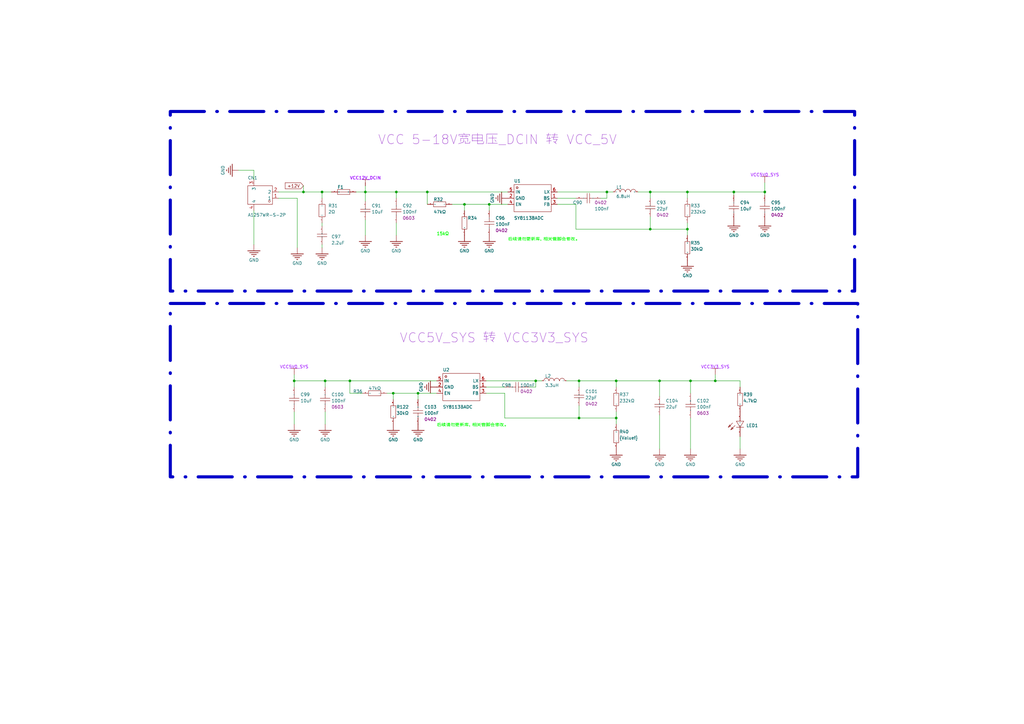
<source format=kicad_sch>
(kicad_sch (version 20250114) (generator "eeschema") (generator_version "9.0")
  (paper "A3")
  (lib_symbols
    (symbol "Ground-GND_1" (power) (pin_numbers (hide yes)) (pin_names (hide yes))
      (property "Value" "GND" (at 0 -6.35 0))
      (symbol "Ground-GND_1_1_0"
        (pin power_in line (at 0 0 270) (length 2.54) (name "") (number "1"))
      )
    )
    (symbol "Ground-GND_10" (power) (pin_numbers (hide yes)) (pin_names (hide yes))
      (property "Value" "GND" (at 0 -6.35 0))
      (symbol "Ground-GND_10_1_0"
        (pin power_in line (at 0 0 270) (length 2.54) (name "") (number "1"))
      )
    )
    (symbol "Ground-GND_11" (power) (pin_numbers (hide yes)) (pin_names (hide yes))
      (property "Value" "GND" (at 0 -6.35 0))
      (symbol "Ground-GND_11_1_0"
        (pin power_in line (at 0 0 270) (length 2.54) (name "") (number "1"))
      )
    )
    (symbol "Ground-GND_12" (power) (pin_numbers (hide yes)) (pin_names (hide yes))
      (property "Value" "GND" (at 0 -6.35 0))
      (symbol "Ground-GND_12_1_0"
        (pin power_in line (at 0 0 270) (length 2.54) (name "") (number "1"))
      )
    )
    (symbol "Ground-GND_13" (power) (pin_numbers (hide yes)) (pin_names (hide yes))
      (property "Value" "GND" (at 0 -6.35 0))
      (symbol "Ground-GND_13_1_0"
        (pin power_in line (at 0 0 270) (length 2.54) (name "") (number "1"))
      )
    )
    (symbol "Ground-GND_2" (power) (pin_numbers (hide yes)) (pin_names (hide yes))
      (property "Value" "GND" (at 0 -6.35 0))
      (symbol "Ground-GND_2_1_0"
        (pin power_in line (at 0 0 270) (length 2.54) (name "") (number "1"))
      )
    )
    (symbol "Ground-GND_3" (power) (pin_numbers (hide yes)) (pin_names (hide yes))
      (property "Value" "GND" (at 0 -6.35 0))
      (symbol "Ground-GND_3_1_0"
        (pin power_in line (at 0 0 270) (length 2.54) (name "") (number "1"))
      )
    )
    (symbol "Ground-GND_4" (power) (pin_numbers (hide yes)) (pin_names (hide yes))
      (property "Value" "GND" (at 0 -6.35 0))
      (symbol "Ground-GND_4_1_0"
        (pin power_in line (at 0 0 270) (length 2.54) (name "") (number "1"))
      )
    )
    (symbol "Ground-GND_5" (power) (pin_numbers (hide yes)) (pin_names (hide yes))
      (property "Value" "GND" (at 0 -6.35 0))
      (symbol "Ground-GND_5_1_0"
        (pin power_in line (at 0 0 270) (length 2.54) (name "") (number "1"))
      )
    )
    (symbol "Ground-GND_6" (power) (pin_numbers (hide yes)) (pin_names (hide yes))
      (property "Value" "GND" (at 0 -6.35 0))
      (symbol "Ground-GND_6_1_0"
        (pin power_in line (at 0 0 270) (length 2.54) (name "") (number "1"))
      )
    )
    (symbol "Ground-GND_7" (power) (pin_numbers (hide yes)) (pin_names (hide yes))
      (property "Value" "GND" (at 0 -6.35 0))
      (symbol "Ground-GND_7_1_0"
        (pin power_in line (at 0 0 270) (length 2.54) (name "") (number "1"))
      )
    )
    (symbol "Ground-GND_8" (power) (pin_numbers (hide yes)) (pin_names (hide yes))
      (property "Value" "GND" (at 0 -6.35 0))
      (symbol "Ground-GND_8_1_0"
        (pin power_in line (at 0 0 270) (length 2.54) (name "") (number "1"))
      )
    )
    (symbol "Ground-GND_9" (power) (pin_numbers (hide yes)) (pin_names (hide yes))
      (property "Value" "GND" (at 0 -6.35 0))
      (symbol "Ground-GND_9_1_0"
        (pin power_in line (at 0 0 270) (length 2.54) (name "") (number "1"))
      )
    )
    (symbol "LCSC Taish-easyedapro:0402CG220J500NT"
      (property "Reference" "C" (at 0 0 0))
      (symbol "0402CG220J500NT_1_0"
        (pin input line (at -3.81 0 0) (length 2.54) (name "1") (number "1"))
        (pin input line (at 3.81 0 180) (length 2.54) (name "2") (number "2"))
      )
    )
    (symbol "LCSC Taish-easyedapro:0402WGF1001TCE"
      (property "Reference" "R" (at 0 0 0))
      (symbol "0402WGF1001TCE_1_0"
        (pin input line (at -5.08 0 0) (length 2.54) (name "1") (number "1"))
        (pin input line (at 5.08 0 180) (length 2.54) (name "2") (number "2"))
      )
    )
    (symbol "LCSC Taish-easyedapro:0402WGF1003TCE"
      (property "Reference" "R" (at 0 0 0))
      (symbol "0402WGF1003TCE_1_0"
        (pin input line (at -5.08 0 0) (length 2.54) (name "1") (number "1"))
        (pin input line (at 5.08 0 180) (length 2.54) (name "2") (number "2"))
      )
    )
    (symbol "LCSC Taish-easyedapro:0402WGF2323TCE"
      (property "Reference" "R" (at 0 0 0))
      (symbol "0402WGF2323TCE_1_0"
        (pin input line (at -5.08 0 0) (length 2.54) (name "1") (number "1"))
        (pin input line (at 5.08 0 180) (length 2.54) (name "2") (number "2"))
      )
    )
    (symbol "LCSC Taish-easyedapro:0402WGF5102TCE"
      (property "Reference" "R" (at 0 0 0))
      (symbol "0402WGF5102TCE_1_0"
        (pin input line (at -5.08 0 0) (length 2.54) (name "1") (number "1"))
        (pin input line (at 5.08 0 180) (length 2.54) (name "2") (number "2"))
      )
    )
    (symbol "LCSC Taish-easyedapro:0603X106M100"
      (property "Reference" "C" (at 0 0 0))
      (symbol "0603X106M100_1_0"
        (pin input line (at -5.08 0 0) (length 2.54) (name "1") (number "1"))
        (pin input line (at 5.08 0 180) (length 2.54) (name "2") (number "2"))
      )
    )
    (symbol "LCSC Taish-easyedapro:1210W2F200KT5E"
      (property "Reference" "R" (at 0 0 0))
      (symbol "1210W2F200KT5E_1_0"
        (pin input line (at -5.08 0 0) (length 2.54) (name "1") (number "1"))
        (pin input line (at 5.08 0 180) (length 2.54) (name "2") (number "2"))
      )
    )
    (symbol "LCSC Taish-easyedapro:19-217/GHC-YR1S2/3T"
      (property "Reference" "LED" (at 0 0 0))
      (symbol "19-217/GHC-YR1S2/3T_1_0"
        (pin input line (at -5.08 0 0) (length 3.81) (name "C") (number "1"))
        (pin input line (at 5.08 0 180) (length 3.81) (name "A") (number "2"))
      )
    )
    (symbol "LCSC Taish-easyedapro:A1257WR-S-2P"
      (property "Reference" "CN" (at 0 0 0))
      (symbol "A1257WR-S-2P_1_0"
        (pin input line (at -6.35 1.27 0) (length 2.54) (name "1") (number "1"))
        (pin input line (at -6.35 -1.27 0) (length 2.54) (name "2") (number "2"))
        (pin input line (at 3.81 6.35 270) (length 2.54) (name "4") (number "4"))
        (pin input line (at 3.81 -6.35 90) (length 2.54) (name "3") (number "3"))
      )
    )
    (symbol "LCSC Taish-easyedapro:BSMD0805L-200"
      (property "Reference" "F" (at 0 0 0))
      (symbol "BSMD0805L-200_1_0"
        (pin input line (at -5.08 0 0) (length 2.54) (name "1") (number "1"))
        (pin input line (at 5.08 0 180) (length 2.54) (name "2") (number "2"))
      )
    )
    (symbol "LCSC Taish-easyedapro:CC0603KRX7R9BB104"
      (property "Reference" "C" (at 0 0 0))
      (symbol "CC0603KRX7R9BB104_1_0"
        (pin input line (at -5.08 0 0) (length 2.54) (name "1") (number "1"))
        (pin input line (at 5.08 0 180) (length 2.54) (name "2") (number "2"))
      )
    )
    (symbol "LCSC Taish-easyedapro:CL05B104KB54PNC"
      (property "Reference" "C" (at 0 0 0))
      (symbol "CL05B104KB54PNC_1_0"
        (pin input line (at -5.08 0 0) (length 2.54) (name "1") (number "1"))
        (pin input line (at 5.08 0 180) (length 2.54) (name "2") (number "2"))
      )
    )
    (symbol "LCSC Taish-easyedapro:CL21B225KAFNNNE"
      (property "Reference" "C" (at 0 0 0))
      (symbol "CL21B225KAFNNNE_1_0"
        (pin input line (at -3.81 0 0) (length 2.54) (name "1") (number "1"))
        (pin input line (at 3.81 0 180) (length 2.54) (name "2") (number "2"))
      )
    )
    (symbol "LCSC Taish-easyedapro:CL31A106KBHNNNE"
      (property "Reference" "C" (at 0 0 0))
      (symbol "CL31A106KBHNNNE_1_0"
        (pin input line (at -3.81 0 0) (length 2.54) (name "1") (number "1"))
        (pin input line (at 3.81 0 180) (length 2.54) (name "2") (number "2"))
      )
    )
    (symbol "LCSC Taish-easyedapro:CRCW040210K0FKED"
      (property "Reference" "R" (at 0 0 0))
      (symbol "CRCW040210K0FKED_1_0"
        (pin input line (at -5.08 0 0) (length 2.54) (name "1") (number "1"))
        (pin input line (at 5.08 0 180) (length 2.54) (name "2") (number "2"))
      )
    )
    (symbol "LCSC Taish-easyedapro:FXL0420-6R8-M"
      (property "Reference" "L" (at 0 0 0))
      (symbol "FXL0420-6R8-M_1_0"
        (pin input line (at -5.08 0 0) (length 0.762) (name "1") (number "1"))
        (pin input line (at 5.08 0 180) (length 0.762) (name "2") (number "2"))
      )
    )
    (symbol "LCSC Taish-easyedapro:GRT188R61A226ME13D"
      (property "Reference" "C" (at 0 0 0))
      (symbol "GRT188R61A226ME13D_1_0"
        (pin input line (at -3.81 0 0) (length 2.54) (name "1") (number "1"))
        (pin input line (at 3.81 0 180) (length 2.54) (name "2") (number "2"))
      )
    )
    (symbol "LCSC Taish-easyedapro:Ground-GND" (power) (pin_numbers (hide yes)) (pin_names (hide yes))
      (symbol "Ground-GND_1_0"
        (pin power_in line (at 0 0 270) (length 2.54) (name "GND") (number "1"))
      )
    )
    (symbol "LCSC Taish-easyedapro:Power-VCC" (power) (pin_numbers (hide yes)) (pin_names (hide yes))
      (symbol "Power-VCC_1_0"
        (pin power_in line (at 0 0 90) (length 1.27) (name "VCC3V3_SYS") (number "1"))
      )
    )
    (symbol "LCSC Taish-easyedapro:RC0402FR-0730KL"
      (property "Reference" "R" (at 0 0 0))
      (symbol "RC0402FR-0730KL_1_0"
        (pin input line (at -5.08 0 0) (length 2.54) (name "1") (number "1"))
        (pin input line (at 5.08 0 180) (length 2.54) (name "2") (number "2"))
      )
    )
    (symbol "LCSC Taish-easyedapro:RTT025002FTH"
      (property "Reference" "R" (at 0 0 0))
      (symbol "RTT025002FTH_1_0"
        (pin input line (at -5.08 0 0) (length 2.54) (name "1") (number "1"))
        (pin input line (at 5.08 0 180) (length 2.54) (name "2") (number "2"))
      )
    )
    (symbol "LCSC Taish-easyedapro:SWPA4030S4R7MT"
      (property "Reference" "L" (at 0 0 0))
      (symbol "SWPA4030S4R7MT_1_0"
        (pin input line (at -5.08 0 0) (length 0.762) (name "1") (number "1"))
        (pin input line (at 5.08 0 180) (length 0.762) (name "2") (number "2"))
      )
    )
    (symbol "LCSC Taish-easyedapro:SY8113BADC"
      (symbol "SY8113BADC_1_0"
        (pin input line (at -10.16 2.54 0) (length 2.54) (name "IN") (number "5"))
        (pin input line (at -10.16 0 0) (length 2.54) (name "GND") (number "2"))
        (pin input line (at -10.16 -2.54 0) (length 2.54) (name "EN") (number "4"))
        (pin input line (at 10.16 2.54 180) (length 2.54) (name "LX") (number "6"))
        (pin input line (at 10.16 0 180) (length 2.54) (name "BS") (number "1"))
        (pin input line (at 10.16 -2.54 180) (length 2.54) (name "FB") (number "3"))
      )
    )
  )
  (rectangle (start 69.85 45.72) (end 350.52 119.38) (stroke (width 1.27) (type dash_dot)))
  (rectangle (start 69.85 124.46) (end 351.79 195.58) (stroke (width 1.27) (type dash_dot)))
  (text "后续请勿更新库，相关管脚会修改。" (at 208.28 99.06 0) (effects (font (size 1.27 1.27)) (justify left bottom)))
  (text "VCC5V_SYS 转 VCC3V3_SYS" (at 163.83 140.97 0) (effects (font (size 3.81 3.81)) (justify left bottom)))
  (text "VCC 5-18V宽电压_DCIN 转 VCC_5V" (at 154.94 59.69 0) (effects (font (size 3.81 3.81)) (justify left bottom)))
  (text "后续请勿更新库，相关管脚会修改。" (at 179.07 175.26 0) (effects (font (size 1.27 1.27)) (justify left bottom)))
  (junction (at 283.21 156.21))
  (junction (at 143.51 156.21))
  (junction (at 124.46 78.74))
  (junction (at 270.51 156.21))
  (junction (at 175.26 78.74))
  (junction (at 266.7 93.98))
  (junction (at 237.49 171.45))
  (junction (at 190.5 83.82))
  (junction (at 149.86 78.74))
  (junction (at 237.49 156.21))
  (junction (at 281.94 93.98))
  (junction (at 161.29 161.29))
  (junction (at 252.73 171.45))
  (junction (at 293.37 156.21))
  (junction (at 266.7 78.74))
  (junction (at 248.92 78.74))
  (junction (at 300.99 78.74))
  (junction (at 171.45 161.29))
  (junction (at 219.71 156.21))
  (junction (at 162.56 78.74))
  (junction (at 281.94 78.74))
  (junction (at 132.08 78.74))
  (junction (at 252.73 156.21))
  (junction (at 200.66 83.82))
  (junction (at 133.35 156.21))
  (junction (at 313.69 78.74))
  (junction (at 120.65 156.21))
  (wire (pts (xy 171.45 161.29) (xy 171.45 163.83)))
  (wire (pts (xy 132.08 81.28) (xy 132.08 78.74)))
  (wire (pts (xy 104.14 86.36) (xy 104.14 100.33)))
  (wire (pts (xy 121.92 81.28) (xy 114.3 81.28)))
  (wire (pts (xy 143.51 156.21) (xy 179.07 156.21)))
  (wire (pts (xy 120.65 168.91) (xy 120.65 173.99)))
  (wire (pts (xy 143.51 161.29) (xy 148.59 161.29)))
  (wire (pts (xy 281.94 96.52) (xy 281.94 93.98)))
  (wire (pts (xy 162.56 96.52) (xy 162.56 91.44)))
  (wire (pts (xy 207.01 161.29) (xy 207.01 171.45)))
  (wire (pts (xy 283.21 184.15) (xy 283.21 171.45)))
  (wire (pts (xy 161.29 161.29) (xy 171.45 161.29)))
  (wire (pts (xy 132.08 100.33) (xy 132.08 101.6)))
  (wire (pts (xy 237.49 166.37) (xy 237.49 171.45)))
  (wire (pts (xy 237.49 171.45) (xy 252.73 171.45)))
  (wire (pts (xy 300.99 80.01) (xy 300.99 78.74)))
  (wire (pts (xy 246.38 81.28) (xy 248.92 81.28)))
  (wire (pts (xy 208.28 83.82) (xy 200.66 83.82)))
  (wire (pts (xy 251.46 78.74) (xy 248.92 78.74)))
  (wire (pts (xy 248.92 81.28) (xy 248.92 78.74)))
  (wire (pts (xy 149.86 78.74) (xy 146.05 78.74)))
  (wire (pts (xy 303.53 184.15) (xy 303.53 179.07)))
  (wire (pts (xy 104.14 69.85) (xy 97.79 69.85)))
  (wire (pts (xy 281.94 78.74) (xy 266.7 78.74)))
  (wire (pts (xy 266.7 88.9) (xy 266.7 93.98)))
  (wire (pts (xy 179.07 161.29) (xy 171.45 161.29)))
  (wire (pts (xy 133.35 156.21) (xy 143.51 156.21)))
  (wire (pts (xy 208.28 78.74) (xy 175.26 78.74)))
  (wire (pts (xy 162.56 78.74) (xy 149.86 78.74)))
  (wire (pts (xy 236.22 93.98) (xy 266.7 93.98)))
  (wire (pts (xy 281.94 78.74) (xy 281.94 81.28)))
  (wire (pts (xy 313.69 78.74) (xy 300.99 78.74)))
  (wire (pts (xy 283.21 156.21) (xy 270.51 156.21)))
  (wire (pts (xy 207.01 171.45) (xy 237.49 171.45)))
  (wire (pts (xy 266.7 93.98) (xy 281.94 93.98)))
  (wire (pts (xy 252.73 173.99) (xy 252.73 171.45)))
  (wire (pts (xy 266.7 78.74) (xy 266.7 81.28)))
  (wire (pts (xy 175.26 78.74) (xy 162.56 78.74)))
  (wire (pts (xy 232.41 156.21) (xy 237.49 156.21)))
  (wire (pts (xy 281.94 93.98) (xy 281.94 91.44)))
  (wire (pts (xy 281.94 78.74) (xy 300.99 78.74)))
  (wire (pts (xy 149.86 78.74) (xy 149.86 82.55)))
  (wire (pts (xy 236.22 83.82) (xy 236.22 93.98)))
  (wire (pts (xy 185.42 83.82) (xy 190.5 83.82)))
  (wire (pts (xy 219.71 156.21) (xy 199.39 156.21)))
  (wire (pts (xy 175.26 78.74) (xy 175.26 83.82)))
  (wire (pts (xy 236.22 81.28) (xy 228.6 81.28)))
  (wire (pts (xy 143.51 156.21) (xy 143.51 161.29)))
  (wire (pts (xy 303.53 158.75) (xy 303.53 156.21)))
  (wire (pts (xy 133.35 173.99) (xy 133.35 168.91)))
  (wire (pts (xy 200.66 83.82) (xy 190.5 83.82)))
  (wire (pts (xy 199.39 161.29) (xy 207.01 161.29)))
  (wire (pts (xy 120.65 156.21) (xy 120.65 153.67)))
  (wire (pts (xy 121.92 81.28) (xy 121.92 101.6)))
  (wire (pts (xy 283.21 156.21) (xy 283.21 161.29)))
  (wire (pts (xy 293.37 156.21) (xy 293.37 153.67)))
  (wire (pts (xy 162.56 78.74) (xy 162.56 81.28)))
  (wire (pts (xy 237.49 156.21) (xy 252.73 156.21)))
  (wire (pts (xy 133.35 156.21) (xy 120.65 156.21)))
  (wire (pts (xy 222.25 156.21) (xy 219.71 156.21)))
  (wire (pts (xy 266.7 78.74) (xy 261.62 78.74)))
  (wire (pts (xy 270.51 156.21) (xy 270.51 162.56)))
  (wire (pts (xy 120.65 158.75) (xy 120.65 156.21)))
  (wire (pts (xy 161.29 163.83) (xy 161.29 161.29)))
  (wire (pts (xy 217.17 158.75) (xy 219.71 158.75)))
  (wire (pts (xy 293.37 156.21) (xy 283.21 156.21)))
  (wire (pts (xy 114.3 78.74) (xy 124.46 78.74)))
  (wire (pts (xy 133.35 156.21) (xy 133.35 158.75)))
  (wire (pts (xy 293.37 156.21) (xy 303.53 156.21)))
  (wire (pts (xy 158.75 161.29) (xy 161.29 161.29)))
  (wire (pts (xy 270.51 184.15) (xy 270.51 170.18)))
  (wire (pts (xy 313.69 80.01) (xy 313.69 78.74)))
  (wire (pts (xy 124.46 76.2) (xy 124.46 78.74)))
  (wire (pts (xy 200.66 86.36) (xy 200.66 83.82)))
  (wire (pts (xy 248.92 78.74) (xy 228.6 78.74)))
  (wire (pts (xy 270.51 156.21) (xy 252.73 156.21)))
  (wire (pts (xy 124.46 78.74) (xy 132.08 78.74)))
  (wire (pts (xy 149.86 76.2) (xy 149.86 78.74)))
  (wire (pts (xy 190.5 86.36) (xy 190.5 83.82)))
  (wire (pts (xy 219.71 158.75) (xy 219.71 156.21)))
  (wire (pts (xy 252.73 158.75) (xy 252.73 156.21)))
  (wire (pts (xy 228.6 83.82) (xy 236.22 83.82)))
  (wire (pts (xy 104.14 69.85) (xy 104.14 73.66)))
  (wire (pts (xy 149.86 96.52) (xy 149.86 90.17)))
  (wire (pts (xy 132.08 78.74) (xy 135.89 78.74)))
  (wire (pts (xy 207.01 158.75) (xy 199.39 158.75)))
  (wire (pts (xy 132.08 91.44) (xy 132.08 92.71)))
  (wire (pts (xy 252.73 171.45) (xy 252.73 168.91)))
  (wire (pts (xy 237.49 158.75) (xy 237.49 156.21)))
  (wire (pts (xy 313.69 74.93) (xy 313.69 78.74)))
  (global_label "+12V" (shape input) (at 124.46 76.2 180) (property "Intersheetrefs" "${INTERSHEET_REFS}" (effects (hide yes))))
  (symbol (lib_id "LCSC Taish-easyedapro:CL05B104KB54PNC") (at 313.69 85.09 90) (unit 1)
    (property "Reference" "C95" (at 316.23 83.82 90) (effects (justify right top)))
    (property "Value" "100nF" (at 316.23 86.36 90) (effects (justify right top)))
    (property "Footprint" "Capacitor_SMD:C_0402_1005Metric" (effects (hide yes)))
    (property "Datasheet" "https://atta.szlcsc.com/upload/public/pdf/source/20181009/C307331_222F7C870FD3EA5F46F538B483443886.pdf" (effects (hide yes)))
    (property "Description" "容值:100nF;精度:±10%;额定电压:50V;材质(温度系数):X7R;" (effects (hide yes)))
    (property "Manufacturer Part" "CL05B104KB54PNC" (effects (hide yes)))
    (property "Manufacturer" "SAMSUNG(三星)" (effects (hide yes)))
    (property "Supplier Part" "C307331" (effects (hide yes)))
    (property "Supplier" "LCSC" (effects (hide yes)))
    (property "LCSC Part Name" "100nF ±10% 50V" (effects (hide yes)))
    (property "Supplier Footprint" "0402" (at 316.23 88.9 90) (effects (justify right top)))
  )
  (symbol (lib_id "LCSC Taish-easyedapro:SY8113BADC") (at 218.44 81.28 0) (unit 1)
    (property "Reference" "U1" (at 210.82 74.93 0) (effects (justify left bottom)))
    (property "Value" "SY8113BADC" (at 210.82 90.17 0) (effects (justify left bottom)))
    (property "Footprint" "LCSC Taish-easyedapro:TSOT-23-6_L2.9-W1.6-P0.95-LS2.8-BR" (effects (hide yes)))
    (property "Datasheet" "https://atta.szlcsc.com/upload/public/pdf/source/20161125/1480067827505.pdf" (effects (hide yes)))
    (property "Description" "功能类型:降压型;同步整流:-;输出通道数:-;拓扑结构:-;输入电压:-;输出电流(最大值):-;开关频率:-;" (effects (hide yes)))
    (property "Manufacturer Part" "SY8113BADC" (effects (hide yes)))
    (property "Manufacturer" "silergy(矽力杰)" (effects (hide yes)))
    (property "Supplier Part" "C78989" (effects (hide yes)))
    (property "Supplier" "LCSC" (effects (hide yes)))
    (property "LCSC Part Name" "降压型" (effects (hide yes)))
    (property "JLCPCB Part Class" "Extended Part" (effects (hide yes)))
  )
  (symbol (lib_id "LCSC Taish-easyedapro:CL05B104KB54PNC") (at 200.66 91.44 90) (unit 1)
    (property "Reference" "C96" (at 203.2 90.17 90) (effects (justify right top)))
    (property "Value" "100nF" (at 203.2 92.71 90) (effects (justify right top)))
    (property "Footprint" "Capacitor_SMD:C_0402_1005Metric" (effects (hide yes)))
    (property "Datasheet" "https://atta.szlcsc.com/upload/public/pdf/source/20181009/C307331_222F7C870FD3EA5F46F538B483443886.pdf" (effects (hide yes)))
    (property "Description" "容值:100nF;精度:±10%;额定电压:50V;材质(温度系数):X7R;" (effects (hide yes)))
    (property "Manufacturer Part" "CL05B104KB54PNC" (effects (hide yes)))
    (property "Manufacturer" "SAMSUNG(三星)" (effects (hide yes)))
    (property "Supplier Part" "C307331" (effects (hide yes)))
    (property "Supplier" "LCSC" (effects (hide yes)))
    (property "LCSC Part Name" "100nF ±10% 50V" (effects (hide yes)))
    (property "Supplier Footprint" "0402" (at 203.2 95.25 90) (effects (justify right top)))
  )
  (symbol (lib_id "LCSC Taish-easyedapro:1210W2F200KT5E") (at 132.08 86.36 270) (unit 1)
    (property "Reference" "R31" (at 134.62 85.09 90) (effects (justify left bottom)))
    (property "Value" "2Ω" (at 134.62 87.63 90) (effects (justify left bottom)))
    (property "Footprint" "LCSC Taish-easyedapro:R1210" (effects (hide yes)))
    (property "Datasheet" "https://atta.szlcsc.com/upload/public/pdf/source/20200306/C422600_1E6D84923E4A46A82E41ADD87F860B5C.pdf" (effects (hide yes)))
    (property "Description" "电阻类型:厚膜电阻;阻值:2Ω;精度:±1%;功率:500mW;" (effects (hide yes)))
    (property "Manufacturer Part" "0805W8F200KT5E" (effects (hide yes)))
    (property "Manufacturer" "UNI-ROYAL(厚声)" (effects (hide yes)))
    (property "Supplier Part" "C17606" (effects (hide yes)))
    (property "Supplier" "LCSC" (effects (hide yes)))
    (property "LCSC Part Name" "2Ω ±1% 125mW" (effects (hide yes)))
  )
  (symbol (lib_name "Ground-GND_5") (lib_id "LCSC Taish-easyedapro:Ground-GND") (at 252.73 184.15 0) (unit 1)
    (property "Reference" "#PWR0514" (effects (hide yes)))
    (property "Value" "GND" (at 252.73 190.5 0))
    (property "Footprint" "LCSC Taish-easyedapro:" (effects (hide yes)))
  )
  (symbol (lib_id "LCSC Taish-easyedapro:Ground-GND") (at 190.5 96.52 0) (unit 1)
    (property "Reference" "#PWR0518" (effects (hide yes)))
    (property "Value" "GND" (at 190.5 102.87 0))
    (property "Footprint" "LCSC Taish-easyedapro:" (effects (hide yes)))
  )
  (symbol (lib_id "LCSC Taish-easyedapro:Ground-GND") (at 121.92 101.6 0) (unit 1)
    (property "Reference" "#PWR0501" (effects (hide yes)))
    (property "Value" "GND" (at 121.92 107.95 0))
    (property "Footprint" "LCSC Taish-easyedapro:" (effects (hide yes)))
  )
  (symbol (lib_id "LCSC Taish-easyedapro:19-217/GHC-YR1S2/3T") (at 303.53 173.99 90) (unit 1)
    (property "Reference" "LED1" (at 306.07 175.26 90) (effects (justify right top)))
    (property "Value" "19-217/GHC-YR1S2/3T" (effects (hide yes)))
    (property "Footprint" "LCSC Taish-easyedapro:LED0603-RD" (effects (hide yes)))
    (property "Datasheet" "https://atta.szlcsc.com/upload/public/pdf/source/20160507/1462613613780.pdf" (effects (hide yes)))
    (property "Description" "发光颜色:翠绿;二极管配置:-;主波长:520nm~535nm;色温:-;功率:110mW;安装方式:-;" (effects (hide yes)))
    (property "Manufacturer Part" "19-217/GHC-YR1S2/3T" (effects (hide yes)))
    (property "Manufacturer" "EVERLIGHT(亿光)" (effects (hide yes)))
    (property "Supplier Part" "C72043" (effects (hide yes)))
    (property "Supplier" "LCSC" (effects (hide yes)))
    (property "LCSC Part Name" "19-217/GHC-YR1S2/3T" (effects (hide yes)))
  )
  (symbol (lib_id "LCSC Taish-easyedapro:0402WGF2323TCE") (at 252.73 163.83 90) (unit 1)
    (property "Reference" "R37" (at 254 162.56 90) (effects (justify right top)))
    (property "Value" "232kΩ" (at 254 165.1 90) (effects (justify right top)))
    (property "Footprint" "LCSC Taish-easyedapro:R0402" (effects (hide yes)))
    (property "Datasheet" "https://atta.szlcsc.com/upload/public/pdf/source/20181009/C309542_CA3F4488430805647C87B9489F02B718.pdf" (effects (hide yes)))
    (property "Description" "电阻类型:厚膜电阻;阻值:232kΩ;精度:±1%;功率:62.5mW;温度系数:±100ppm/°C;最大工作电压:50V;工作温度范围:-55°C~+155°C;" (effects (hide yes)))
    (property "Manufacturer Part" "RC0402FR-07232KL" (effects (hide yes)))
    (property "Manufacturer" "YAGEO(国巨)" (effects (hide yes)))
    (property "Supplier Part" "C309542" (effects (hide yes)))
    (property "Supplier" "LCSC" (effects (hide yes)))
    (property "LCSC Part Name" "232kΩ ±1% 62.5mW" (effects (hide yes)))
    (property "JLCPCB Part Class" "Extended Part" (effects (hide yes)))
  )
  (symbol (lib_name "Ground-GND_2") (lib_id "LCSC Taish-easyedapro:Ground-GND") (at 171.45 173.99 0) (unit 1)
    (property "Reference" "#PWR0505" (effects (hide yes)))
    (property "Value" "GND" (at 171.45 180.34 0))
    (property "Footprint" "LCSC Taish-easyedapro:" (effects (hide yes)))
  )
  (symbol (lib_id "LCSC Taish-easyedapro:SY8113BADC") (at 189.23 158.75 0) (unit 1)
    (property "Reference" "U2" (at 181.61 152.4 0) (effects (justify left bottom)))
    (property "Value" "SY8113BADC" (at 181.61 167.64 0) (effects (justify left bottom)))
    (property "Footprint" "LCSC Taish-easyedapro:TSOT-23-6_L2.9-W1.6-P0.95-LS2.8-BR" (effects (hide yes)))
    (property "Datasheet" "https://atta.szlcsc.com/upload/public/pdf/source/20161125/1480067827505.pdf" (effects (hide yes)))
    (property "Description" "功能类型:降压型;同步整流:-;输出通道数:-;拓扑结构:-;输入电压:-;输出电流(最大值):-;开关频率:-;" (effects (hide yes)))
    (property "Manufacturer Part" "SY8113BADC" (effects (hide yes)))
    (property "Manufacturer" "silergy(矽力杰)" (effects (hide yes)))
    (property "Supplier Part" "C78989" (effects (hide yes)))
    (property "Supplier" "LCSC" (effects (hide yes)))
    (property "LCSC Part Name" "降压型" (effects (hide yes)))
    (property "JLCPCB Part Class" "Extended Part" (effects (hide yes)))
  )
  (symbol (lib_id "LCSC Taish-easyedapro:CRCW040210K0FKED") (at 190.5 91.44 90) (unit 1)
    (property "Reference" "R34" (at 191.77 90.17 90) (effects (justify right top)))
    (property "Value" "15kΩ" (at 179.07 96.52 90) (effects (justify right top)))
    (property "Footprint" "LCSC Taish-easyedapro:R0402" (effects (hide yes)))
    (property "Datasheet" "https://atta.szlcsc.com/upload/public/pdf/source/20200306/C422600_1E6D84923E4A46A82E41ADD87F860B5C.pdf" (effects (hide yes)))
    (property "Description" "电阻类型:厚膜电阻;阻值:15kΩ;精度:±1%;功率:62.5mW;" (effects (hide yes)))
    (property "Manufacturer Part" "0402WGF1502TCE" (effects (hide yes)))
    (property "Manufacturer" "UNI-ROYAL(厚声)" (effects (hide yes)))
    (property "Supplier Part" "C25756" (effects (hide yes)))
    (property "Supplier" "LCSC" (effects (hide yes)))
    (property "LCSC Part Name" "15kΩ ±1% 62.5mW" (effects (hide yes)))
    (property "Power(Watts)" "62.5mW" (effects (hide yes)))
    (property "Type" "厚膜电阻" (effects (hide yes)))
  )
  (symbol (lib_name "Ground-GND_10") (lib_id "LCSC Taish-easyedapro:Ground-GND") (at 162.56 96.52 0) (unit 1)
    (property "Reference" "#PWR0517" (effects (hide yes)))
    (property "Value" "GND" (at 162.56 102.87 0))
    (property "Footprint" "LCSC Taish-easyedapro:" (effects (hide yes)))
  )
  (symbol (lib_id "LCSC Taish-easyedapro:CL05B104KB54PNC") (at 241.3 81.28 180) (unit 1)
    (property "Reference" "C90" (at 234.95 83.82 0) (effects (justify right top)))
    (property "Value" "100nF" (at 243.84 86.36 0) (effects (justify right top)))
    (property "Footprint" "Capacitor_SMD:C_0402_1005Metric" (effects (hide yes)))
    (property "Datasheet" "https://atta.szlcsc.com/upload/public/pdf/source/20181009/C307331_222F7C870FD3EA5F46F538B483443886.pdf" (effects (hide yes)))
    (property "Description" "容值:100nF;精度:±10%;额定电压:50V;材质(温度系数):X7R;" (effects (hide yes)))
    (property "Manufacturer Part" "CL05B104KB54PNC" (effects (hide yes)))
    (property "Manufacturer" "SAMSUNG(三星)" (effects (hide yes)))
    (property "Supplier Part" "C307331" (effects (hide yes)))
    (property "Supplier" "LCSC" (effects (hide yes)))
    (property "LCSC Part Name" "100nF ±10% 50V" (effects (hide yes)))
    (property "Supplier Footprint" "0402" (at 243.84 83.82 0) (effects (justify right top)))
  )
  (symbol (lib_name "Ground-GND_3") (lib_id "LCSC Taish-easyedapro:Ground-GND") (at 120.65 173.99 0) (unit 1)
    (property "Reference" "#PWR0507" (effects (hide yes)))
    (property "Value" "GND" (at 120.65 180.34 0))
    (property "Footprint" "LCSC Taish-easyedapro:" (effects (hide yes)))
  )
  (symbol (lib_name "Ground-GND_12") (lib_id "LCSC Taish-easyedapro:Ground-GND") (at 300.99 90.17 0) (unit 1)
    (property "Reference" "#PWR0523" (effects (hide yes)))
    (property "Value" "GND" (at 300.99 96.52 0))
    (property "Footprint" "LCSC Taish-easyedapro:" (effects (hide yes)))
  )
  (symbol (lib_id "LCSC Taish-easyedapro:0402WGF5102TCE") (at 161.29 168.91 90) (unit 1)
    (property "Reference" "R122" (at 162.56 167.64 90) (effects (justify right top)))
    (property "Value" "30kΩ" (at 162.56 170.18 90) (effects (justify right top)))
    (property "Footprint" "LCSC Taish-easyedapro:R0402" (effects (hide yes)))
    (property "Datasheet" "https://atta.szlcsc.com/upload/public/pdf/source/20171107/C138008_15100516356731096935.pdf" (effects (hide yes)))
    (property "Description" "电阻类型:厚膜电阻;阻值:30kΩ;精度:±1%;功率:62.5mW;" (effects (hide yes)))
    (property "Manufacturer Part" "RC0402FR-0730KL" (effects (hide yes)))
    (property "Manufacturer" "YAGEO(国巨)" (effects (hide yes)))
    (property "Supplier Part" "C138008" (effects (hide yes)))
    (property "Supplier" "LCSC" (effects (hide yes)))
    (property "LCSC Part Name" "30kΩ ±1% 62.5mW" (effects (hide yes)))
  )
  (symbol (lib_id "LCSC Taish-easyedapro:CL05B104KB54PNC") (at 171.45 168.91 90) (unit 1)
    (property "Reference" "C103" (at 173.99 167.64 90) (effects (justify right top)))
    (property "Value" "100nF" (at 173.99 170.18 90) (effects (justify right top)))
    (property "Footprint" "Capacitor_SMD:C_0402_1005Metric" (effects (hide yes)))
    (property "Datasheet" "https://atta.szlcsc.com/upload/public/pdf/source/20181009/C307331_222F7C870FD3EA5F46F538B483443886.pdf" (effects (hide yes)))
    (property "Description" "容值:100nF;精度:±10%;额定电压:50V;材质(温度系数):X7R;" (effects (hide yes)))
    (property "Manufacturer Part" "CL05B104KB54PNC" (effects (hide yes)))
    (property "Manufacturer" "SAMSUNG(三星)" (effects (hide yes)))
    (property "Supplier Part" "C307331" (effects (hide yes)))
    (property "Supplier" "LCSC" (effects (hide yes)))
    (property "LCSC Part Name" "100nF ±10% 50V" (effects (hide yes)))
    (property "Supplier Footprint" "0402" (at 173.99 172.72 90) (effects (justify right top)))
  )
  (symbol (lib_id "LCSC Taish-easyedapro:Ground-GND") (at 97.79 69.85 270) (unit 1)
    (property "Reference" "#PWR0499" (effects (hide yes)))
    (property "Value" "GND" (at 91.44 69.85 0))
    (property "Footprint" "LCSC Taish-easyedapro:" (effects (hide yes)))
  )
  (symbol (lib_id "LCSC Taish-easyedapro:BSMD0805L-200") (at 140.97 78.74 0) (unit 1)
    (property "Reference" "F1" (at 138.43 77.47 0) (effects (justify left bottom)))
    (property "Value" "BSMD0805L-200" (effects (hide yes)))
    (property "Footprint" "LCSC Taish-easyedapro:F0805" (effects (hide yes)))
    (property "Datasheet" "https://atta.szlcsc.com/upload/public/pdf/source/20220302/84A1D93E6CA84F7719C829CBF191FAF8.pdf" (effects (hide yes)))
    (property "Description" "最大电压:6V;最大电流:50A;保持电流:2A;跳闸电流:4A;" (effects (hide yes)))
    (property "Manufacturer Part" "BSMD0805L-200" (effects (hide yes)))
    (property "Manufacturer" "BHFUSE(佰宏)" (effects (hide yes)))
    (property "Supplier Part" "C2757931" (effects (hide yes)))
    (property "Supplier" "LCSC" (effects (hide yes)))
    (property "LCSC Part Name" "6V 2A 0805自恢复 5秒内动作" (effects (hide yes)))
  )
  (symbol (lib_id "LCSC Taish-easyedapro:RC0402FR-0730KL") (at 281.94 101.6 90) (unit 1)
    (property "Reference" "R35" (at 283.21 100.33 90) (effects (justify right top)))
    (property "Value" "30kΩ" (at 283.21 102.87 90) (effects (justify right top)))
    (property "Footprint" "LCSC Taish-easyedapro:R0402" (effects (hide yes)))
    (property "Datasheet" "https://atta.szlcsc.com/upload/public/pdf/source/20171107/C138008_15100516356731096935.pdf" (effects (hide yes)))
    (property "Description" "电阻类型:厚膜电阻;阻值:30kΩ;精度:±1%;功率:62.5mW;温度系数:±100ppm/°C;最大工作电压:50V;工作温度范围:-55°C~+155°C;" (effects (hide yes)))
    (property "Manufacturer Part" "RC0402FR-0730KL" (effects (hide yes)))
    (property "Manufacturer" "YAGEO(国巨)" (effects (hide yes)))
    (property "Supplier Part" "C138008" (effects (hide yes)))
    (property "Supplier" "LCSC" (effects (hide yes)))
    (property "LCSC Part Name" "30kΩ ±1% 62.5mW" (effects (hide yes)))
  )
  (symbol (lib_id "LCSC Taish-easyedapro:A1257WR-S-2P") (at 107.95 80.01 180) (unit 1)
    (property "Reference" "CN1" (at 101.6 73.66 0) (effects (justify right top)))
    (property "Value" "A1257WR-S-2P" (at 101.6 88.9 0) (effects (justify right top)))
    (property "Footprint" "LCSC Taish-easyedapro:CONN-SMD_A1257WR-S-2P" (effects (hide yes)))
    (property "Datasheet" "https://atta.szlcsc.com/upload/public/pdf/source/20180509/C225125_BADC516D96738E603F25032F5968DE8B.pdf" (effects (hide yes)))
    (property "Description" "参考系列:GH;间距:1.25mm;插针结构:1x2P;排数:1;每排PIN数:2;行距:-;安装方式:-;触头材质:黄铜;" (effects (hide yes)))
    (property "Manufacturer Part" "A1257WR-S-2P" (effects (hide yes)))
    (property "Manufacturer" "CJT(长江连接器)" (effects (hide yes)))
    (property "Supplier Part" "C225125" (effects (hide yes)))
    (property "Supplier" "LCSC" (effects (hide yes)))
    (property "LCSC Part Name" "GH1.25卧式贴片 镀锡 2P 针座连接器" (effects (hide yes)))
  )
  (symbol (lib_name "Ground-GND_7") (lib_id "LCSC Taish-easyedapro:Ground-GND") (at 208.28 81.28 270) (unit 1)
    (property "Reference" "#PWR0516" (effects (hide yes)))
    (property "Value" "GND" (at 201.93 81.28 0))
    (property "Footprint" "LCSC Taish-easyedapro:" (effects (hide yes)))
  )
  (symbol (lib_id "LCSC Taish-easyedapro:0603X106M100") (at 300.99 85.09 90) (unit 1)
    (property "Reference" "C94" (at 303.53 83.82 90) (effects (justify right top)))
    (property "Value" "10uF" (at 303.53 86.36 90) (effects (justify right top)))
    (property "Footprint" "LCSC Taish-easyedapro:C0603" (effects (hide yes)))
    (property "Datasheet" "https://atta.szlcsc.com/upload/public/pdf/source/20160103/1457707703378.pdf" (effects (hide yes)))
    (property "Description" "容值:10uF;精度:±20%;额定电压:10V;材质(温度系数):X5R;" (effects (hide yes)))
    (property "Manufacturer Part" "CL10A106KP8NNNC" (effects (hide yes)))
    (property "Manufacturer" "SAMSUNG(三星)" (effects (hide yes)))
    (property "Supplier Part" "C19702" (effects (hide yes)))
    (property "Supplier" "LCSC" (effects (hide yes)))
    (property "LCSC Part Name" "10uF ±10% 10V" (effects (hide yes)))
  )
  (symbol (lib_id "LCSC Taish-easyedapro:FXL0420-6R8-M") (at 256.54 78.74 0) (unit 1)
    (property "Reference" "L1" (at 252.73 77.47 0) (effects (justify left bottom)))
    (property "Value" "6.8uH" (at 252.73 81.28 0) (effects (justify left bottom)))
    (property "Footprint" "LCSC Taish-easyedapro:IND-SMD_L4.4-W4.2" (effects (hide yes)))
    (property "Datasheet" "https://atta.szlcsc.com/upload/public/pdf/source/20190322/C177241_926E0DC8333CBC0DC90F3B0802D0087D.pdf" (effects (hide yes)))
    (property "Description" "电感值:6.8uH;精度:±20%;额定电流:2.4A;饱和电流(Isat):2.5A;" (effects (hide yes)))
    (property "Manufacturer Part" "FXL0420-6R8-M" (effects (hide yes)))
    (property "Manufacturer" "cjiang(长江微电)" (effects (hide yes)))
    (property "Supplier Part" "C177241" (effects (hide yes)))
    (property "Supplier" "LCSC" (effects (hide yes)))
    (property "LCSC Part Name" "6.8uH ±20% 2.5A" (effects (hide yes)))
  )
  (symbol (lib_id "LCSC Taish-easyedapro:RTT025002FTH") (at 252.73 179.07 90) (unit 1)
    (property "Reference" "R40" (at 254 177.8 90) (effects (justify right top)))
    (property "Value" "{Value!}" (at 254 180.34 90) (effects (justify right top)))
    (property "Footprint" "LCSC Taish-easyedapro:R0402" (effects (hide yes)))
    (property "Datasheet" "https://atta.szlcsc.com/upload/public/pdf/source/20200306/C422600_1E6D84923E4A46A82E41ADD87F860B5C.pdf" (effects (hide yes)))
    (property "Description" "电阻类型:厚膜电阻;阻值:51kΩ;精度:±1%;功率:62.5mW;" (effects (hide yes)))
    (property "Manufacturer Part" "0402WGF5102TCE" (effects (hide yes)))
    (property "Manufacturer" "UNI-ROYAL(厚声)" (effects (hide yes)))
    (property "Supplier Part" "C25794" (effects (hide yes)))
    (property "Supplier" "LCSC" (effects (hide yes)))
    (property "LCSC Part Name" "51kΩ ±1% 62.5mW" (effects (hide yes)))
    (property "Operating Temperature Range" "-55℃~+155℃" (effects (hide yes)))
    (property "Overload Voltage (Max)" "50V" (effects (hide yes)))
    (property "Power(Watts)" "62.5mW" (effects (hide yes)))
    (property "Temperature Coefficient" "±100ppm/℃" (effects (hide yes)))
    (property "Tolerance" "±1%" (effects (hide yes)))
    (property "Type" "厚膜电阻" (effects (hide yes)))
  )
  (symbol (lib_id "LCSC Taish-easyedapro:Ground-GND") (at 132.08 101.6 0) (unit 1)
    (property "Reference" "#PWR0502" (effects (hide yes)))
    (property "Value" "GND" (at 132.08 107.95 0))
    (property "Footprint" "LCSC Taish-easyedapro:" (effects (hide yes)))
  )
  (symbol (lib_id "LCSC Taish-easyedapro:Ground-GND") (at 283.21 184.15 0) (unit 1)
    (property "Reference" "#PWR0513" (effects (hide yes)))
    (property "Value" "GND" (at 283.21 190.5 0))
    (property "Footprint" "LCSC Taish-easyedapro:" (effects (hide yes)))
  )
  (symbol (lib_id "LCSC Taish-easyedapro:0402CG220J500NT") (at 266.7 85.09 90) (unit 1)
    (property "Reference" "C93" (at 269.24 83.82 90) (effects (justify right top)))
    (property "Value" "22pF" (at 269.24 86.36 90) (effects (justify right top)))
    (property "Footprint" "Capacitor_SMD:C_0402_1005Metric" (effects (hide yes)))
    (property "Datasheet" "https://atta.szlcsc.com/upload/public/pdf/source/20170923/C1555_1506149269156988362.pdf" (effects (hide yes)))
    (property "Description" "容值:22pF;精度:±5%;额定电压:50V;材质(温度系数):C0G;" (effects (hide yes)))
    (property "Manufacturer Part" "0402CG220J500NT" (effects (hide yes)))
    (property "Manufacturer" "FH(风华)" (effects (hide yes)))
    (property "Supplier Part" "C1555" (effects (hide yes)))
    (property "Supplier" "LCSC" (effects (hide yes)))
    (property "LCSC Part Name" "22pF ±5% 50V" (effects (hide yes)))
    (property "Supplier Footprint" "0402" (at 269.24 88.9 90) (effects (justify right top)))
  )
  (symbol (lib_id "LCSC Taish-easyedapro:CC0603KRX7R9BB104") (at 133.35 163.83 90) (unit 1)
    (property "Reference" "C100" (at 135.89 162.56 90) (effects (justify right top)))
    (property "Value" "100nF" (at 135.89 165.1 90) (effects (justify right top)))
    (property "Footprint" "LCSC Taish-easyedapro:C0603" (effects (hide yes)))
    (property "Datasheet" "https://atta.szlcsc.com/upload/public/pdf/source/20170116/1484561234239.pdf" (effects (hide yes)))
    (property "Description" "容值:100nF;精度:±10%;额定电压:50V;材质(温度系数):X7R;" (effects (hide yes)))
    (property "Manufacturer Part" "CC0603KRX7R9BB104" (effects (hide yes)))
    (property "Manufacturer" "YAGEO(国巨)" (effects (hide yes)))
    (property "Supplier Part" "C14663" (effects (hide yes)))
    (property "Supplier" "LCSC" (effects (hide yes)))
    (property "LCSC Part Name" "100nF ±10% 50V" (effects (hide yes)))
    (property "Supplier Footprint" "0603" (at 135.89 167.64 90) (effects (justify right top)))
  )
  (symbol (lib_id "LCSC Taish-easyedapro:0603X106M100") (at 120.65 163.83 90) (unit 1)
    (property "Reference" "C99" (at 123.19 162.56 90) (effects (justify right top)))
    (property "Value" "10uF" (at 123.19 165.1 90) (effects (justify right top)))
    (property "Footprint" "LCSC Taish-easyedapro:C0603" (effects (hide yes)))
    (property "Datasheet" "https://atta.szlcsc.com/upload/public/pdf/source/20160103/1457707703378.pdf" (effects (hide yes)))
    (property "Description" "容值:10uF;精度:±20%;额定电压:10V;材质(温度系数):X5R;" (effects (hide yes)))
    (property "Manufacturer Part" "CL10A106KP8NNNC" (effects (hide yes)))
    (property "Manufacturer" "SAMSUNG(三星)" (effects (hide yes)))
    (property "Supplier Part" "C19702" (effects (hide yes)))
    (property "Supplier" "LCSC" (effects (hide yes)))
    (property "LCSC Part Name" "10uF ±10% 10V" (effects (hide yes)))
  )
  (symbol (lib_id "LCSC Taish-easyedapro:CL21B225KAFNNNE") (at 132.08 96.52 90) (unit 1)
    (property "Reference" "C97" (at 135.89 97.79 90) (effects (justify right top)))
    (property "Value" "2.2uF" (at 135.89 100.33 90) (effects (justify right top)))
    (property "Footprint" "LCSC Taish-easyedapro:C0805" (effects (hide yes)))
    (property "Datasheet" "https://atta.szlcsc.com/upload/public/pdf/source/20160103/1457707702018.pdf" (effects (hide yes)))
    (property "Description" "容值:2.2uF;精度:±10%;额定电压:25V;材质(温度系数):X7R;" (effects (hide yes)))
    (property "Manufacturer Part" "CL21B225KAFNNNE" (effects (hide yes)))
    (property "Manufacturer" "SAMSUNG(三星)" (effects (hide yes)))
    (property "Supplier Part" "C19110" (effects (hide yes)))
    (property "Supplier" "LCSC" (effects (hide yes)))
    (property "LCSC Part Name" "2.2uF ±10% 25V" (effects (hide yes)))
  )
  (symbol (lib_id "LCSC Taish-easyedapro:GRT188R61A226ME13D") (at 270.51 166.37 90) (unit 1)
    (property "Reference" "C104" (at 273.05 165.1 90) (effects (justify right top)))
    (property "Value" "22uF" (at 273.05 167.64 90) (effects (justify right top)))
    (property "Footprint" "LCSC Taish-easyedapro:C0603" (effects (hide yes)))
    (property "Datasheet" "https://atta.szlcsc.com/upload/public/pdf/source/20160103/1457707740762.pdf" (effects (hide yes)))
    (property "Description" "容值:22uF;精度:±20%;额定电压:10V;材质(温度系数):X5R;" (effects (hide yes)))
    (property "Manufacturer Part" "CL10A226MQ8NRNC" (effects (hide yes)))
    (property "Manufacturer" "SAMSUNG(三星)" (effects (hide yes)))
    (property "Supplier Part" "C59461" (effects (hide yes)))
    (property "Supplier" "LCSC" (effects (hide yes)))
    (property "LCSC Part Name" "22uF ±20% 6.3V" (effects (hide yes)))
  )
  (symbol (lib_id "LCSC Taish-easyedapro:SWPA4030S4R7MT") (at 227.33 156.21 0) (unit 1)
    (property "Reference" "L2" (at 223.52 154.94 0) (effects (justify left bottom)))
    (property "Value" "3.3uH" (at 223.52 158.75 0) (effects (justify left bottom)))
    (property "Footprint" "LCSC Taish-easyedapro:IND-SMD_L4.0-W4.0" (effects (hide yes)))
    (property "Datasheet" "https://atta.szlcsc.com/upload/public/pdf/source/20190729/C408336_17B5BB1DF2845DE8F323BD9CE9EEFEBA.pdf" (effects (hide yes)))
    (property "Description" "直流电阻(DCR):78mΩ;精度:±20%;电感值:4.7uH;额定电流:2A;" (effects (hide yes)))
    (property "Manufacturer Part" "MWSA0402S-3R3MT" (effects (hide yes)))
    (property "Manufacturer" "Sunlord(顺络)" (effects (hide yes)))
    (property "Supplier Part" "C408336" (effects (hide yes)))
    (property "Supplier" "LCSC" (effects (hide yes)))
    (property "LCSC Part Name" "3.3uH ±20%" (effects (hide yes)))
  )
  (symbol (lib_name "Ground-GND_1") (lib_id "LCSC Taish-easyedapro:Ground-GND") (at 179.07 158.75 270) (unit 1)
    (property "Reference" "#PWR0504" (effects (hide yes)))
    (property "Value" "GND" (at 172.72 158.75 0))
    (property "Footprint" "LCSC Taish-easyedapro:" (effects (hide yes)))
  )
  (symbol (lib_id "LCSC Taish-easyedapro:0402WGF1003TCE") (at 153.67 161.29 180) (unit 1)
    (property "Reference" "R36" (at 144.8054 161.29 0) (effects (justify right top)))
    (property "Value" "47kΩ" (at 151.1554 160.02 0) (effects (justify right top)))
    (property "Footprint" "LCSC Taish-easyedapro:R0402" (effects (hide yes)))
    (property "Datasheet" "https://atta.szlcsc.com/upload/public/pdf/source/20200306/C422600_1E6D84923E4A46A82E41ADD87F860B5C.pdf" (effects (hide yes)))
    (property "Description" "电阻类型:厚膜电阻;阻值:47kΩ;精度:±1%;功率:62.5mW;" (effects (hide yes)))
    (property "Manufacturer Part" "0402WGF4702TCE" (effects (hide yes)))
    (property "Manufacturer" "UNI-ROYAL(厚声)" (effects (hide yes)))
    (property "Supplier Part" "C25792" (effects (hide yes)))
    (property "Supplier" "LCSC" (effects (hide yes)))
    (property "LCSC Part Name" "47kΩ ±1% 62.5mW" (effects (hide yes)))
  )
  (symbol (lib_name "Ground-GND_4") (lib_id "LCSC Taish-easyedapro:Ground-GND") (at 133.35 173.99 0) (unit 1)
    (property "Reference" "#PWR0508" (effects (hide yes)))
    (property "Value" "GND" (at 133.35 180.34 0))
    (property "Footprint" "LCSC Taish-easyedapro:" (effects (hide yes)))
  )
  (symbol (lib_id "LCSC Taish-easyedapro:Power-VCC") (at 120.65 153.67 0) (unit 1)
    (property "Reference" "#PWR0503" (effects (hide yes)))
    (property "Value" "VCC5V0_SYS" (at 120.65 151.13 0) (effects (justify bottom)))
    (property "Footprint" "LCSC Taish-easyedapro:" (effects (hide yes)))
  )
  (symbol (lib_id "LCSC Taish-easyedapro:CL05B104KB54PNC") (at 212.09 158.75 180) (unit 1)
    (property "Reference" "C98" (at 205.74 158.75 0) (effects (justify right top)))
    (property "Value" "100nF" (at 213.36 158.75 0) (effects (justify right top)))
    (property "Footprint" "Capacitor_SMD:C_0402_1005Metric" (effects (hide yes)))
    (property "Datasheet" "https://atta.szlcsc.com/upload/public/pdf/source/20181009/C307331_222F7C870FD3EA5F46F538B483443886.pdf" (effects (hide yes)))
    (property "Description" "容值:100nF;精度:±10%;额定电压:50V;材质(温度系数):X7R;" (effects (hide yes)))
    (property "Manufacturer Part" "CL05B104KB54PNC" (effects (hide yes)))
    (property "Manufacturer" "SAMSUNG(三星)" (effects (hide yes)))
    (property "Supplier Part" "C307331" (effects (hide yes)))
    (property "Supplier" "LCSC" (effects (hide yes)))
    (property "LCSC Part Name" "100nF ±10% 50V" (effects (hide yes)))
    (property "Supplier Footprint" "0402" (at 213.36 161.29 0) (effects (justify right top)))
  )
  (symbol (lib_id "LCSC Taish-easyedapro:Ground-GND") (at 161.29 173.99 0) (unit 1)
    (property "Reference" "#PWR0509" (effects (hide yes)))
    (property "Value" "GND" (at 161.29 180.34 0))
    (property "Footprint" "LCSC Taish-easyedapro:" (effects (hide yes)))
  )
  (symbol (lib_id "LCSC Taish-easyedapro:CC0603KRX7R9BB104") (at 162.56 86.36 90) (unit 1)
    (property "Reference" "C92" (at 165.1 85.09 90) (effects (justify right top)))
    (property "Value" "100nF" (at 165.1 87.63 90) (effects (justify right top)))
    (property "Footprint" "LCSC Taish-easyedapro:C0603" (effects (hide yes)))
    (property "Datasheet" "https://atta.szlcsc.com/upload/public/pdf/source/20170116/1484561234239.pdf" (effects (hide yes)))
    (property "Description" "容值:100nF;精度:±10%;额定电压:50V;材质(温度系数):X7R;" (effects (hide yes)))
    (property "Manufacturer Part" "CC0603KRX7R9BB104" (effects (hide yes)))
    (property "Manufacturer" "YAGEO(国巨)" (effects (hide yes)))
    (property "Supplier Part" "C14663" (effects (hide yes)))
    (property "Supplier" "LCSC" (effects (hide yes)))
    (property "LCSC Part Name" "100nF ±10% 50V" (effects (hide yes)))
    (property "Supplier Footprint" "0603" (at 165.1 90.17 90) (effects (justify right top)))
  )
  (symbol (lib_id "LCSC Taish-easyedapro:Power-VCC") (at 293.37 153.67 0) (unit 1)
    (property "Reference" "#PWR0511" (effects (hide yes)))
    (property "Value" "VCC3V3_SYS" (at 293.37 151.13 0) (effects (justify bottom)))
    (property "Footprint" "LCSC Taish-easyedapro:" (effects (hide yes)))
  )
  (symbol (lib_name "Ground-GND_8") (lib_id "LCSC Taish-easyedapro:Ground-GND") (at 200.66 96.52 0) (unit 1)
    (property "Reference" "#PWR0519" (effects (hide yes)))
    (property "Value" "GND" (at 200.66 102.87 0))
    (property "Footprint" "LCSC Taish-easyedapro:" (effects (hide yes)))
  )
  (symbol (lib_id "LCSC Taish-easyedapro:Power-VCC") (at 313.69 74.93 0) (unit 1)
    (property "Reference" "#PWR0521" (effects (hide yes)))
    (property "Value" "VCC5V0_SYS" (at 313.69 72.39 0) (effects (justify bottom)))
    (property "Footprint" "LCSC Taish-easyedapro:" (effects (hide yes)))
  )
  (symbol (lib_id "LCSC Taish-easyedapro:0402WGF2323TCE") (at 281.94 86.36 90) (unit 1)
    (property "Reference" "R33" (at 283.21 85.09 90) (effects (justify right top)))
    (property "Value" "232kΩ" (at 283.21 87.63 90) (effects (justify right top)))
    (property "Footprint" "LCSC Taish-easyedapro:R0402" (effects (hide yes)))
    (property "Datasheet" "https://atta.szlcsc.com/upload/public/pdf/source/20181009/C309542_CA3F4488430805647C87B9489F02B718.pdf" (effects (hide yes)))
    (property "Description" "电阻类型:厚膜电阻;阻值:232kΩ;精度:±1%;功率:62.5mW;温度系数:±100ppm/°C;最大工作电压:50V;工作温度范围:-55°C~+155°C;" (effects (hide yes)))
    (property "Manufacturer Part" "RC0402FR-07232KL" (effects (hide yes)))
    (property "Manufacturer" "YAGEO(国巨)" (effects (hide yes)))
    (property "Supplier Part" "C309542" (effects (hide yes)))
    (property "Supplier" "LCSC" (effects (hide yes)))
    (property "LCSC Part Name" "232kΩ ±1% 62.5mW" (effects (hide yes)))
    (property "JLCPCB Part Class" "Extended Part" (effects (hide yes)))
  )
  (symbol (lib_id "LCSC Taish-easyedapro:0402CG220J500NT") (at 237.49 162.56 90) (unit 1)
    (property "Reference" "C101" (at 240.03 161.29 90) (effects (justify right top)))
    (property "Value" "22pF" (at 240.03 163.83 90) (effects (justify right top)))
    (property "Footprint" "Capacitor_SMD:C_0402_1005Metric" (effects (hide yes)))
    (property "Datasheet" "https://atta.szlcsc.com/upload/public/pdf/source/20170923/C1555_1506149269156988362.pdf" (effects (hide yes)))
    (property "Description" "容值:22pF;精度:±5%;额定电压:50V;材质(温度系数):C0G;" (effects (hide yes)))
    (property "Manufacturer Part" "0402CG220J500NT" (effects (hide yes)))
    (property "Manufacturer" "FH(风华)" (effects (hide yes)))
    (property "Supplier Part" "C1555" (effects (hide yes)))
    (property "Supplier" "LCSC" (effects (hide yes)))
    (property "LCSC Part Name" "22pF ±5% 50V" (effects (hide yes)))
    (property "Supplier Footprint" "0402" (at 240.03 166.37 90) (effects (justify right top)))
  )
  (symbol (lib_id "LCSC Taish-easyedapro:0402WGF1001TCE") (at 303.53 163.83 90) (unit 1)
    (property "Reference" "R39" (at 304.8 162.56 90) (effects (justify right top)))
    (property "Value" "4.7kΩ" (at 304.8 165.1 90) (effects (justify right top)))
    (property "Footprint" "LCSC Taish-easyedapro:R0402" (effects (hide yes)))
    (property "Datasheet" "https://atta.szlcsc.com/upload/public/pdf/source/20200306/C422600_1E6D84923E4A46A82E41ADD87F860B5C.pdf" (effects (hide yes)))
    (property "Description" "电阻类型:厚膜电阻;阻值:4.7kΩ;精度:±1%;功率:62.5mW;" (effects (hide yes)))
    (property "Manufacturer Part" "0402WGF4701TCE" (effects (hide yes)))
    (property "Manufacturer" "UNI-ROYAL(厚声)" (effects (hide yes)))
    (property "Supplier Part" "C25900" (effects (hide yes)))
    (property "Supplier" "LCSC" (effects (hide yes)))
    (property "LCSC Part Name" "4.7kΩ ±1% 62.5mW" (effects (hide yes)))
    (property "Power(Watts)" "62.5mW" (effects (hide yes)))
    (property "Type" "厚膜电阻" (effects (hide yes)))
  )
  (symbol (lib_id "LCSC Taish-easyedapro:CL31A106KBHNNNE") (at 149.86 86.36 90) (unit 1)
    (property "Reference" "C91" (at 152.4 85.09 90) (effects (justify right top)))
    (property "Value" "10uF" (at 152.4 87.63 90) (effects (justify right top)))
    (property "Footprint" "LCSC Taish-easyedapro:C1206" (effects (hide yes)))
    (property "Datasheet" "https://atta.szlcsc.com/upload/public/pdf/source/20160103/1457707679302.pdf" (effects (hide yes)))
    (property "Description" "容值:10uF;精度:±10%;额定电压:50V;材质(温度系数):X5R;" (effects (hide yes)))
    (property "Manufacturer Part" "CL21A106KAYNNNE" (effects (hide yes)))
    (property "Manufacturer" "SAMSUNG(三星)" (effects (hide yes)))
    (property "Supplier Part" "C15850" (effects (hide yes)))
    (property "Supplier" "LCSC" (effects (hide yes)))
    (property "LCSC Part Name" "10uF ±10% 25V" (effects (hide yes)))
    (property "JLCPCB Part Class" "Basic Part" (effects (hide yes)))
  )
  (symbol (lib_id "LCSC Taish-easyedapro:Ground-GND") (at 270.51 184.15 0) (unit 1)
    (property "Reference" "#PWR0515" (effects (hide yes)))
    (property "Value" "GND" (at 270.51 190.5 0))
    (property "Footprint" "LCSC Taish-easyedapro:" (effects (hide yes)))
  )
  (symbol (lib_id "LCSC Taish-easyedapro:Power-VCC") (at 149.86 76.2 0) (unit 1)
    (property "Reference" "#PWR0510" (effects (hide yes)))
    (property "Value" "VCC12V_DCIN" (at 149.86 73.66 0) (effects (justify bottom)))
    (property "Footprint" "LCSC Taish-easyedapro:" (effects (hide yes)))
  )
  (symbol (lib_name "Ground-GND_9") (lib_id "LCSC Taish-easyedapro:Ground-GND") (at 149.86 96.52 0) (unit 1)
    (property "Reference" "#PWR0506" (effects (hide yes)))
    (property "Value" "GND" (at 149.86 102.87 0))
    (property "Footprint" "LCSC Taish-easyedapro:" (effects (hide yes)))
  )
  (symbol (lib_name "Ground-GND_11") (lib_id "LCSC Taish-easyedapro:Ground-GND") (at 281.94 106.68 0) (unit 1)
    (property "Reference" "#PWR0522" (effects (hide yes)))
    (property "Value" "GND" (at 281.94 113.03 0))
    (property "Footprint" "LCSC Taish-easyedapro:" (effects (hide yes)))
  )
  (symbol (lib_id "LCSC Taish-easyedapro:Ground-GND") (at 104.14 100.33 0) (unit 1)
    (property "Reference" "#PWR0500" (effects (hide yes)))
    (property "Value" "GND" (at 104.14 106.68 0))
    (property "Footprint" "LCSC Taish-easyedapro:" (effects (hide yes)))
  )
  (symbol (lib_name "Ground-GND_6") (lib_id "LCSC Taish-easyedapro:Ground-GND") (at 303.53 184.15 0) (unit 1)
    (property "Reference" "#PWR0512" (effects (hide yes)))
    (property "Value" "GND" (at 303.53 190.5 0))
    (property "Footprint" "LCSC Taish-easyedapro:" (effects (hide yes)))
  )
  (symbol (lib_id "LCSC Taish-easyedapro:0402WGF1003TCE") (at 180.34 83.82 180) (unit 1)
    (property "Reference" "R32" (at 177.8254 82.55 0) (effects (justify right top)))
    (property "Value" "47kΩ" (at 177.8254 87.63 0) (effects (justify right top)))
    (property "Footprint" "LCSC Taish-easyedapro:R0402" (effects (hide yes)))
    (property "Datasheet" "https://atta.szlcsc.com/upload/public/pdf/source/20200306/C422600_1E6D84923E4A46A82E41ADD87F860B5C.pdf" (effects (hide yes)))
    (property "Description" "电阻类型:厚膜电阻;阻值:47kΩ;精度:±1%;功率:62.5mW;" (effects (hide yes)))
    (property "Manufacturer Part" "0402WGF4702TCE" (effects (hide yes)))
    (property "Manufacturer" "UNI-ROYAL(厚声)" (effects (hide yes)))
    (property "Supplier Part" "C25792" (effects (hide yes)))
    (property "Supplier" "LCSC" (effects (hide yes)))
    (property "LCSC Part Name" "47kΩ ±1% 62.5mW" (effects (hide yes)))
  )
  (symbol (lib_id "LCSC Taish-easyedapro:CC0603KRX7R9BB104") (at 283.21 166.37 90) (unit 1)
    (property "Reference" "C102" (at 285.75 165.1 90) (effects (justify right top)))
    (property "Value" "100nF" (at 285.75 167.64 90) (effects (justify right top)))
    (property "Footprint" "LCSC Taish-easyedapro:C0603" (effects (hide yes)))
    (property "Datasheet" "https://atta.szlcsc.com/upload/public/pdf/source/20170116/1484561234239.pdf" (effects (hide yes)))
    (property "Description" "容值:100nF;精度:±10%;额定电压:50V;材质(温度系数):X7R;" (effects (hide yes)))
    (property "Manufacturer Part" "CC0603KRX7R9BB104" (effects (hide yes)))
    (property "Manufacturer" "YAGEO(国巨)" (effects (hide yes)))
    (property "Supplier Part" "C14663" (effects (hide yes)))
    (property "Supplier" "LCSC" (effects (hide yes)))
    (property "LCSC Part Name" "100nF ±10% 50V" (effects (hide yes)))
    (property "Supplier Footprint" "0603" (at 285.75 170.18 90) (effects (justify right top)))
  )
  (symbol (lib_name "Ground-GND_13") (lib_id "LCSC Taish-easyedapro:Ground-GND") (at 313.69 90.17 0) (unit 1)
    (property "Reference" "#PWR0520" (effects (hide yes)))
    (property "Value" "GND" (at 313.69 96.52 0))
    (property "Footprint" "LCSC Taish-easyedapro:" (effects (hide yes)))
  )
)
</source>
